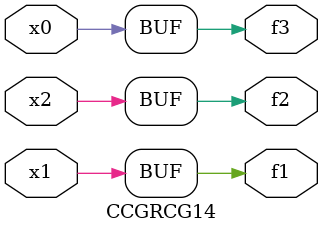
<source format=v>
module CCGRCG14(
	input x0, x1, x2,
	output f1, f2, f3
);
	assign f1 = x1;
	assign f2 = x2;
	assign f3 = x0;
endmodule

</source>
